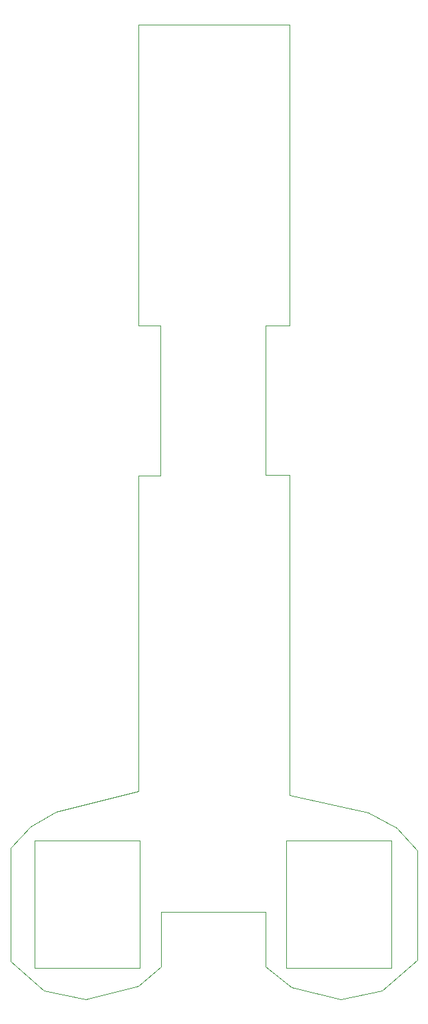
<source format=gbr>
%TF.GenerationSoftware,KiCad,Pcbnew,(5.1.6)-1*%
%TF.CreationDate,2022-03-28T18:13:33-05:00*%
%TF.ProjectId,PR-PCB,50522d50-4342-42e6-9b69-6361645f7063,rev?*%
%TF.SameCoordinates,Original*%
%TF.FileFunction,Profile,NP*%
%FSLAX46Y46*%
G04 Gerber Fmt 4.6, Leading zero omitted, Abs format (unit mm)*
G04 Created by KiCad (PCBNEW (5.1.6)-1) date 2022-03-28 18:13:33*
%MOMM*%
%LPD*%
G01*
G04 APERTURE LIST*
%TA.AperFunction,Profile*%
%ADD10C,0.050000*%
%TD*%
G04 APERTURE END LIST*
D10*
X16500000Y-112600000D02*
X16500000Y-119500000D01*
X3200000Y-112600000D02*
X16500000Y-112600000D01*
X3200000Y-119500000D02*
X3200000Y-112600000D01*
X19500000Y-97800000D02*
X19500000Y-57100000D01*
X16500000Y-57100000D02*
X19500000Y-57100000D01*
X16500000Y-38200000D02*
X16500000Y-57100000D01*
X19500000Y-38200000D02*
X16500000Y-38200000D01*
X300000Y-97300000D02*
X300000Y-57200000D01*
X3100000Y-57200000D02*
X300000Y-57200000D01*
X3100000Y-38200000D02*
X3100000Y-57200000D01*
X300000Y-38200000D02*
X3100000Y-38200000D01*
X500000Y-119700000D02*
X500000Y-103500000D01*
X-12900000Y-119700000D02*
X500000Y-119700000D01*
X-12900000Y-103500000D02*
X-12900000Y-119700000D01*
X500000Y-103500000D02*
X-12900000Y-103500000D01*
X19100000Y-119700000D02*
X19100000Y-103500000D01*
X32500000Y-119700000D02*
X19100000Y-119700000D01*
X32500000Y-103500000D02*
X32500000Y-119700000D01*
X19100000Y-103500000D02*
X32500000Y-103500000D01*
X-10200000Y-99900000D02*
X300000Y-97300000D01*
X-13400000Y-101800000D02*
X-10200000Y-99900000D01*
X-16000000Y-104500000D02*
X-13400000Y-101800000D01*
X-16000000Y-118900000D02*
X-16000000Y-104500000D01*
X-11700000Y-122600000D02*
X-16000000Y-118900000D01*
X-6400000Y-123700000D02*
X-11700000Y-122600000D01*
X300000Y-122000000D02*
X-6400000Y-123700000D01*
X3200000Y-119500000D02*
X300000Y-122000000D01*
X19800000Y-122200000D02*
X16500000Y-119500000D01*
X26000000Y-123700000D02*
X19800000Y-122200000D01*
X31300000Y-122600000D02*
X26000000Y-123700000D01*
X35800000Y-118700000D02*
X31300000Y-122600000D01*
X35800000Y-104800000D02*
X35800000Y-118700000D01*
X33100000Y-101900000D02*
X35800000Y-104800000D01*
X29500000Y-100000000D02*
X33100000Y-101900000D01*
X19500000Y-97800000D02*
X29500000Y-100000000D01*
X19500000Y50000D02*
X19500000Y-38200000D01*
X250000Y50000D02*
X19500000Y50000D01*
X250000Y50000D02*
X300000Y-38200000D01*
M02*

</source>
